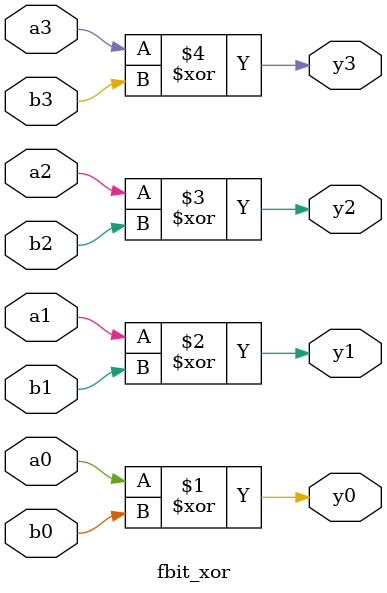
<source format=v>
`timescale 1ns / 1ps
module fbit_xor(a0,a1,a2,a3,b0,b1,b2,b3,y0,y1,y2,y3);
input a0,a1,a2,a3,b0,b1,b2,b3;
output y0,y1,y2,y3;

xor x1(y0,a0,b0);
xor x2(y1,a1,b1);
xor x3(y2,a2,b2);
xor x4(y3,a3,b3);
endmodule

</source>
